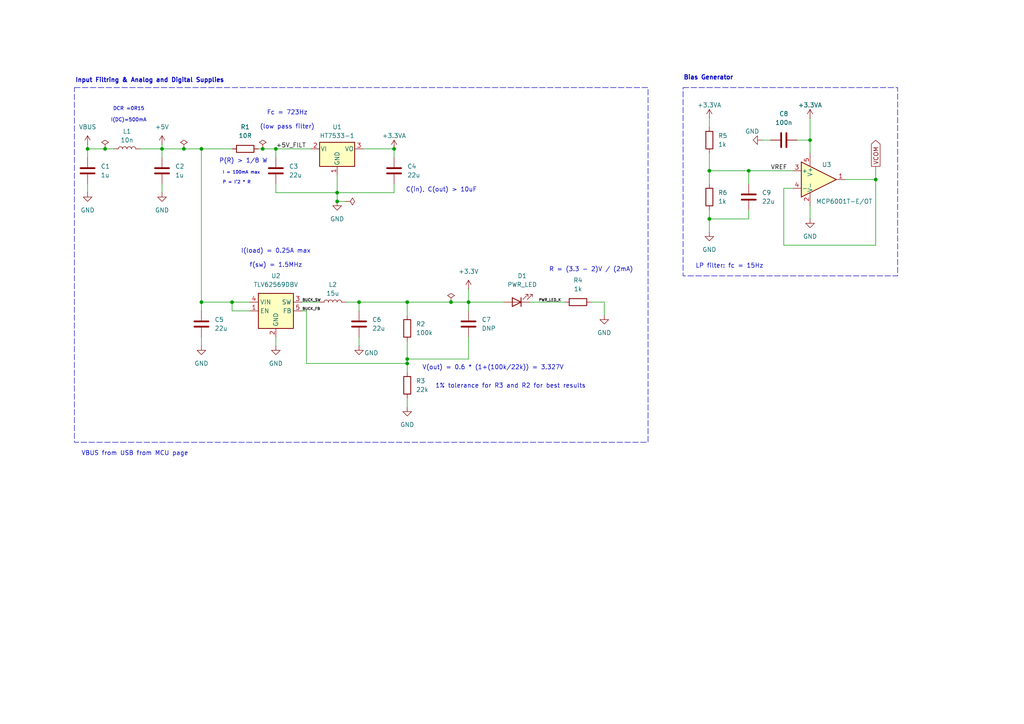
<source format=kicad_sch>
(kicad_sch (version 20231120) (generator "eeschema") (generator_version "8.0")
  (paper "A4")
  (title_block (title "Mixed-Signal Demo PCB") (date "2024-12-21") (rev "0.1") (company "Maanika"))
  (lib_symbols
    (symbol "Amplifier_Operational:MCP6001-OT" (pin_names (offset 0.127))
      (property "Reference" "U" (at -1.27 6.35 0))
      (property "Value" "MCP6001-OT" (at -1.27 3.81 0))
      (symbol "MCP6001-OT_0_1"
        (polyline (pts (xy -5.08 5.08) (xy 5.08 0) (xy -5.08 -5.08) (xy -5.08 5.08)) (stroke (width 0.254)) (fill (type background)))
        (pin power_in line (at -2.54 -7.62 90) (length 3.81) (name "V-") (number "2"))
        (pin power_in line (at -2.54 7.62 270) (length 3.81) (name "V+") (number "5"))
      )
      (symbol "MCP6001-OT_1_1"
        (pin output line (at 7.62 0 180) (length 2.54) (name "~") (number "1"))
        (pin input line (at -7.62 2.54 0) (length 2.54) (name "+") (number "3"))
        (pin input line (at -7.62 -2.54 0) (length 2.54) (name "-") (number "4"))
      )
    )
    (symbol "Device:C" (pin_numbers hide) (pin_names (offset 0.254))
      (property "Reference" "C" (at 0.635 2.54 0))
      (property "Value" "C" (at 0.635 -2.54 0))
      (symbol "C_0_1"
        (polyline (pts (xy -2.032 -0.762) (xy 2.032 -0.762)) (stroke (width 0.508)))
        (polyline (pts (xy -2.032 0.762) (xy 2.032 0.762)) (stroke (width 0.508)))
      )
      (symbol "C_1_1"
        (pin passive line (at 0 3.81 270) (length 2.794) (name "~") (number "1"))
        (pin passive line (at 0 -3.81 90) (length 2.794) (name "~") (number "2"))
      )
    )
    (symbol "Device:L" (pin_numbers hide) (pin_names (offset 1.016) hide)
      (property "Reference" "L" (at -1.27 0 90))
      (property "Value" "L" (at 1.905 0 90))
      (symbol "L_0_1"
        (arc (start 0 -2.54) (mid 0.6323 -1.905) (end 0 -1.27))
        (arc (start 0 -1.27) (mid 0.6323 -0.635) (end 0 0))
        (arc (start 0 0) (mid 0.6323 0.635) (end 0 1.27))
        (arc (start 0 1.27) (mid 0.6323 1.905) (end 0 2.54))
      )
      (symbol "L_1_1"
        (pin passive line (at 0 3.81 270) (length 1.27) (name "1") (number "1"))
        (pin passive line (at 0 -3.81 90) (length 1.27) (name "2") (number "2"))
      )
    )
    (symbol "Device:LED" (pin_numbers hide) (pin_names (offset 1.016) hide)
      (property "Reference" "D" (at 0 2.54 0))
      (property "Value" "LED" (at 0 -2.54 0))
      (symbol "LED_0_1"
        (polyline (pts (xy -1.27 -1.27) (xy -1.27 1.27)) (stroke (width 0.254)))
        (polyline (pts (xy -1.27 0) (xy 1.27 0)))
        (polyline (pts (xy 1.27 -1.27) (xy 1.27 1.27) (xy -1.27 0) (xy 1.27 -1.27)) (stroke (width 0.254)))
        (polyline (pts (xy -3.048 -0.762) (xy -4.572 -2.286) (xy -3.81 -2.286) (xy -4.572 -2.286) (xy -4.572 -1.524)))
        (polyline (pts (xy -1.778 -0.762) (xy -3.302 -2.286) (xy -2.54 -2.286) (xy -3.302 -2.286) (xy -3.302 -1.524)))
      )
      (symbol "LED_1_1"
        (pin passive line (at -3.81 0 0) (length 2.54) (name "K") (number "1"))
        (pin passive line (at 3.81 0 180) (length 2.54) (name "A") (number "2"))
      )
    )
    (symbol "Device:R" (pin_numbers hide) (pin_names (offset 0))
      (property "Reference" "R" (at 2.032 0 90))
      (property "Value" "R" (at 0 0 90))
      (symbol "R_0_1"
        (rectangle (start -1.016 -2.54) (end 1.016 2.54) (stroke (width 0.254)))
      )
      (symbol "R_1_1"
        (pin passive line (at 0 3.81 270) (length 1.27) (name "~") (number "1"))
        (pin passive line (at 0 -3.81 90) (length 1.27) (name "~") (number "2"))
      )
    )
    (symbol "Regulator_Linear:MCP1700x-330xxMB" (pin_names (offset 0.254))
      (property "Reference" "U" (at -3.81 3.175 0))
      (property "Value" "MCP1700x-330xxMB" (at 0 3.175 0))
      (symbol "MCP1700x-330xxMB_0_1"
        (rectangle (start -5.08 -5.08) (end 5.08 1.905) (stroke (width 0.254)) (fill (type background)))
      )
      (symbol "MCP1700x-330xxMB_1_1"
        (pin power_in line (at 0 -7.62 90) (length 2.54) (name "GND") (number "1"))
        (pin power_in line (at -7.62 0 0) (length 2.54) (name "VI") (number "2"))
        (pin power_out line (at 7.62 0 180) (length 2.54) (name "VO") (number "3"))
      )
    )
    (symbol "Regulator_Switching:TLV62569DBV"
      (property "Reference" "U" (at -5.08 6.35 0))
      (property "Value" "TLV62569DBV" (at 0 6.35 0))
      (symbol "TLV62569DBV_0_1"
        (rectangle (start -5.08 5.08) (end 5.08 -5.08) (stroke (width 0.254)) (fill (type background)))
      )
      (symbol "TLV62569DBV_1_1"
        (pin input line (at -7.62 0 0) (length 2.54) (name "EN") (number "1"))
        (pin power_in line (at 0 -7.62 90) (length 2.54) (name "GND") (number "2"))
        (pin power_out line (at 7.62 2.54 180) (length 2.54) (name "SW") (number "3"))
        (pin power_in line (at -7.62 2.54 0) (length 2.54) (name "VIN") (number "4"))
        (pin input line (at 7.62 0 180) (length 2.54) (name "FB") (number "5"))
      )
    )
    (symbol "power:+3.3V" (power) (pin_numbers hide) (pin_names (offset 0) hide)
      (property "Value" "+3.3V" (at 0 3.556 0))
      (symbol "+3.3V_0_1"
        (polyline (pts (xy -0.762 1.27) (xy 0 2.54)))
        (polyline (pts (xy 0 0) (xy 0 2.54)))
        (polyline (pts (xy 0 2.54) (xy 0.762 1.27)))
      )
      (symbol "+3.3V_1_1"
        (pin power_in line (at 0 0 90) (length 0) (name "~") (number "1"))
      )
    )
    (symbol "power:+3.3VA" (power) (pin_numbers hide) (pin_names (offset 0) hide)
      (property "Value" "+3.3VA" (at 0 3.556 0))
      (symbol "+3.3VA_0_1"
        (polyline (pts (xy -0.762 1.27) (xy 0 2.54)))
        (polyline (pts (xy 0 0) (xy 0 2.54)))
        (polyline (pts (xy 0 2.54) (xy 0.762 1.27)))
      )
      (symbol "+3.3VA_1_1"
        (pin power_in line (at 0 0 90) (length 0) (name "~") (number "1"))
      )
    )
    (symbol "power:+5V" (power) (pin_numbers hide) (pin_names (offset 0) hide)
      (property "Value" "+5V" (at 0 3.556 0))
      (symbol "+5V_0_1"
        (polyline (pts (xy -0.762 1.27) (xy 0 2.54)))
        (polyline (pts (xy 0 0) (xy 0 2.54)))
        (polyline (pts (xy 0 2.54) (xy 0.762 1.27)))
      )
      (symbol "+5V_1_1"
        (pin power_in line (at 0 0 90) (length 0) (name "~") (number "1"))
      )
    )
    (symbol "power:GND" (power) (pin_numbers hide) (pin_names (offset 0) hide)
      (property "Value" "GND" (at 0 -3.81 0))
      (symbol "GND_0_1"
        (polyline (pts (xy 0 0) (xy 0 -1.27) (xy 1.27 -1.27) (xy 0 -2.54) (xy -1.27 -1.27) (xy 0 -1.27)))
      )
      (symbol "GND_1_1"
        (pin power_in line (at 0 0 270) (length 0) (name "~") (number "1"))
      )
    )
    (symbol "power:PWR_FLAG" (power) (pin_numbers hide) (pin_names (offset 0) hide)
      (property "Value" "PWR_FLAG" (at 0 3.81 0))
      (symbol "PWR_FLAG_0_0"
        (pin power_out line (at 0 0 90) (length 0) (name "~") (number "1"))
      )
      (symbol "PWR_FLAG_0_1"
        (polyline (pts (xy 0 0) (xy 0 1.27) (xy -1.016 1.905) (xy 0 2.54) (xy 1.016 1.905) (xy 0 1.27)))
      )
    )
    (symbol "power:VBUS" (power) (pin_numbers hide) (pin_names (offset 0) hide)
      (property "Value" "VBUS" (at 0 3.556 0))
      (symbol "VBUS_0_1"
        (polyline (pts (xy -0.762 1.27) (xy 0 2.54)))
        (polyline (pts (xy 0 0) (xy 0 2.54)))
        (polyline (pts (xy 0 2.54) (xy 0.762 1.27)))
      )
      (symbol "VBUS_1_1"
        (pin power_in line (at 0 0 90) (length 0) (name "~") (number "1"))
      )
    )
  )
  (junction (at 114.3 43.18))
  (junction (at 97.79 58.42))
  (junction (at 58.42 87.63))
  (junction (at 76.2 43.18))
  (junction (at 130.81 87.63))
  (junction (at 46.99 43.18))
  (junction (at 58.42 43.18))
  (junction (at 118.11 87.63))
  (junction (at 30.48 43.18))
  (junction (at 234.95 40.64))
  (junction (at 254 52.07))
  (junction (at 118.11 104.14))
  (junction (at 80.01 43.18))
  (junction (at 205.74 63.5))
  (junction (at 205.74 49.53))
  (junction (at 104.14 87.63))
  (junction (at 118.11 105.41))
  (junction (at 25.4 43.18))
  (junction (at 97.79 55.88))
  (junction (at 217.17 49.53))
  (junction (at 67.31 87.63))
  (junction (at 135.89 87.63))
  (junction (at 53.34 43.18))
  (wire (pts (xy 97.79 55.88) (xy 97.79 58.42)))
  (wire (pts (xy 205.74 60.96) (xy 205.74 63.5)))
  (wire (pts (xy 104.14 87.63) (xy 104.14 90.17)))
  (wire (pts (xy 80.01 43.18) (xy 90.17 43.18)))
  (wire (pts (xy 130.81 87.63) (xy 135.89 87.63)))
  (wire (pts (xy 118.11 87.63) (xy 118.11 91.44)))
  (wire (pts (xy 100.33 58.42) (xy 97.79 58.42)))
  (wire (pts (xy 153.67 87.63) (xy 163.83 87.63)))
  (wire (pts (xy 227.33 54.61) (xy 227.33 71.12)))
  (wire (pts (xy 80.01 53.34) (xy 80.01 55.88)))
  (wire (pts (xy 80.01 97.79) (xy 80.01 100.33)))
  (wire (pts (xy 234.95 59.69) (xy 234.95 63.5)))
  (wire (pts (xy 135.89 97.79) (xy 135.89 104.14)))
  (wire (pts (xy 245.11 52.07) (xy 254 52.07)))
  (wire (pts (xy 171.45 87.63) (xy 175.26 87.63)))
  (wire (pts (xy 80.01 43.18) (xy 80.01 45.72)))
  (wire (pts (xy 135.89 104.14) (xy 118.11 104.14)))
  (wire (pts (xy 234.95 34.29) (xy 234.95 40.64)))
  (wire (pts (xy 87.63 87.63) (xy 92.71 87.63)))
  (wire (pts (xy 67.31 87.63) (xy 72.39 87.63)))
  (wire (pts (xy 25.4 53.34) (xy 25.4 55.88)))
  (wire (pts (xy 205.74 63.5) (xy 205.74 67.31)))
  (wire (pts (xy 25.4 43.18) (xy 25.4 45.72)))
  (wire (pts (xy 67.31 90.17) (xy 67.31 87.63)))
  (wire (pts (xy 205.74 34.29) (xy 205.74 36.83)))
  (wire (pts (xy 227.33 71.12) (xy 254 71.12)))
  (wire (pts (xy 76.2 43.18) (xy 80.01 43.18)))
  (wire (pts (xy 88.9 105.41) (xy 118.11 105.41)))
  (wire (pts (xy 58.42 90.17) (xy 58.42 87.63)))
  (wire (pts (xy 72.39 90.17) (xy 67.31 90.17)))
  (wire (pts (xy 118.11 87.63) (xy 130.81 87.63)))
  (wire (pts (xy 97.79 55.88) (xy 114.3 55.88)))
  (wire (pts (xy 118.11 99.06) (xy 118.11 104.14)))
  (wire (pts (xy 46.99 43.18) (xy 53.34 43.18)))
  (wire (pts (xy 114.3 43.18) (xy 114.3 45.72)))
  (wire (pts (xy 231.14 40.64) (xy 234.95 40.64)))
  (wire (pts (xy 118.11 105.41) (xy 118.11 104.14)))
  (wire (pts (xy 205.74 49.53) (xy 205.74 53.34)))
  (wire (pts (xy 135.89 87.63) (xy 146.05 87.63)))
  (wire (pts (xy 175.26 87.63) (xy 175.26 91.44)))
  (wire (pts (xy 254 48.26) (xy 254 52.07)))
  (wire (pts (xy 80.01 55.88) (xy 97.79 55.88)))
  (wire (pts (xy 118.11 105.41) (xy 118.11 107.95)))
  (wire (pts (xy 118.11 118.11) (xy 118.11 115.57)))
  (wire (pts (xy 217.17 49.53) (xy 229.87 49.53)))
  (wire (pts (xy 58.42 87.63) (xy 67.31 87.63)))
  (wire (pts (xy 105.41 43.18) (xy 114.3 43.18)))
  (wire (pts (xy 88.9 90.17) (xy 87.63 90.17)))
  (wire (pts (xy 58.42 97.79) (xy 58.42 100.33)))
  (wire (pts (xy 25.4 41.91) (xy 25.4 43.18)))
  (wire (pts (xy 217.17 53.34) (xy 217.17 49.53)))
  (wire (pts (xy 58.42 43.18) (xy 67.31 43.18)))
  (wire (pts (xy 205.74 63.5) (xy 217.17 63.5)))
  (wire (pts (xy 53.34 43.18) (xy 58.42 43.18)))
  (wire (pts (xy 46.99 41.91) (xy 46.99 43.18)))
  (wire (pts (xy 104.14 97.79) (xy 104.14 100.33)))
  (wire (pts (xy 88.9 90.17) (xy 88.9 105.41)))
  (wire (pts (xy 135.89 87.63) (xy 135.89 90.17)))
  (wire (pts (xy 205.74 44.45) (xy 205.74 49.53)))
  (wire (pts (xy 254 71.12) (xy 254 52.07)))
  (wire (pts (xy 104.14 87.63) (xy 118.11 87.63)))
  (wire (pts (xy 25.4 43.18) (xy 30.48 43.18)))
  (wire (pts (xy 97.79 50.8) (xy 97.79 55.88)))
  (wire (pts (xy 114.3 55.88) (xy 114.3 53.34)))
  (wire (pts (xy 100.33 87.63) (xy 104.14 87.63)))
  (wire (pts (xy 30.48 43.18) (xy 33.02 43.18)))
  (wire (pts (xy 217.17 63.5) (xy 217.17 60.96)))
  (wire (pts (xy 74.93 43.18) (xy 76.2 43.18)))
  (wire (pts (xy 234.95 40.64) (xy 234.95 44.45)))
  (wire (pts (xy 223.52 40.64) (xy 220.98 40.64)))
  (wire (pts (xy 205.74 49.53) (xy 217.17 49.53)))
  (wire (pts (xy 46.99 53.34) (xy 46.99 55.88)))
  (wire (pts (xy 135.89 83.82) (xy 135.89 87.63)))
  (wire (pts (xy 46.99 43.18) (xy 46.99 45.72)))
  (wire (pts (xy 229.87 54.61) (xy 227.33 54.61)))
  (wire (pts (xy 40.64 43.18) (xy 46.99 43.18)))
  (wire (pts (xy 58.42 43.18) (xy 58.42 87.63)))
  (rectangle (start 198.12 25.4) (end 260.35 80.01) (stroke (width 0) (type dash)))
  (rectangle (start 21.59 25.4) (end 187.96 128.27) (stroke (width 0) (type dash)))
  (text "P(R) > 1/8 W" (at 70.612 46.736 0) (effects (font (size 1.27 1.27))))
  (text "C(in), C(out) > 10uF" (at 128.016 55.118 0) (effects (font (size 1.27 1.27))))
  (text "DCR =0R15\n\nI(DC)=500mA" (at 37.338 33.274 0) (effects (font (size 1.016 1.016))))
  (text "I(load) = 0.25A max\n\nf(sw) = 1.5MHz" (at 80.01 74.93 0) (effects (font (size 1.27 1.27))))
  (text "VBUS from USB from MCU page" (at 39.116 131.572 0) (effects (font (size 1.27 1.27))))
  (text "V(out) = 0.6 * (1+(100k/22k)) = 3.327V" (at 143.002 106.68 0) (effects (font (size 1.27 1.27))))
  (text "Input Filtring & Analog and Digital Supplies" (at 43.434 23.368 0) (effects (font (size 1.27 1.27) (thickness 0.254) (bold yes))))
  (text "LP filter: fc = 15Hz" (at 211.582 77.216 0) (effects (font (size 1.27 1.27))))
  (text "Bias Generator" (at 205.486 22.606 0) (effects (font (size 1.27 1.27) (bold yes))))
  (text "1% tolerance for R3 and R2 for best results" (at 148.082 112.014 0) (effects (font (size 1.27 1.27))))
  (text "Fc = 723Hz\n\n(low pass filter)" (at 83.312 34.798 0) (effects (font (size 1.27 1.27))))
  (text "I = 100mA max\n\nP = I^2 * R" (at 64.516 51.562 0) (effects (font (size 0.889 0.889)) (justify left)))
  (text "R = (3.3 - 2)V / (2mA)" (at 171.45 78.232 0) (effects (font (size 1.27 1.27))))
  (label "BUCK_SW" (at 87.63 87.63 0) (effects (font (size 0.762 0.762))))
  (label "+5V_FILT" (at 80.01 43.18 0))
  (label "VREF" (at 223.52 49.53 0))
  (label "PWR_LED_K" (at 156.21 87.63 0) (effects (font (size 0.762 0.762))))
  (label "BUCK_FB" (at 87.63 90.17 0) (effects (font (size 0.762 0.762))))
  (global_label "VCOM" (shape output) (at 254 48.26 90) (property "Intersheetrefs" "${INTERSHEET_REFS}" (effects (hide yes))))
  (symbol (lib_id "power:GND") (at 97.79 58.42 0) (unit 1)
    (property "Reference" "#PWR05" (effects (hide yes)))
    (property "Value" "GND" (at 97.79 63.5 0))
    (property "Description" "Power symbol creates a global label with name \"GND\" , ground" (effects (hide yes)))
  )
  (symbol (lib_id "power:PWR_FLAG") (at 30.48 43.18 0) (unit 1)
    (property "Reference" "#FLG01" (effects (hide yes)))
    (property "Value" "PWR_FLAG" (effects (hide yes)))
    (property "Description" "Special symbol for telling ERC where power comes from" (effects (hide yes)))
  )
  (symbol (lib_id "Device:C") (at 104.14 93.98 0) (unit 1)
    (property "Reference" "C6" (at 107.95 92.7099 0) (effects (justify left)))
    (property "Value" "22u" (at 107.95 95.2499 0) (effects (justify left)))
    (property "Footprint" "Capacitor_SMD:C_0805_2012Metric" (effects (hide yes)))
    (property "Description" "Unpolarized capacitor" (effects (hide yes)))
  )
  (symbol (lib_id "power:GND") (at 58.42 100.33 0) (unit 1)
    (property "Reference" "#PWR016" (effects (hide yes)))
    (property "Value" "GND" (at 58.42 105.41 0))
    (property "Description" "Power symbol creates a global label with name \"GND\" , ground" (effects (hide yes)))
  )
  (symbol (lib_id "power:GND") (at 104.14 100.33 0) (unit 1)
    (property "Reference" "#PWR03" (effects (hide yes)))
    (property "Value" "GND" (at 107.696 102.362 0))
    (property "Description" "Power symbol creates a global label with name \"GND\" , ground" (effects (hide yes)))
  )
  (symbol (lib_id "Device:C") (at 114.3 49.53 0) (unit 1)
    (property "Reference" "C4" (at 118.11 48.2599 0) (effects (justify left)))
    (property "Value" "22u" (at 118.11 50.7999 0) (effects (justify left)))
    (property "Footprint" "Capacitor_SMD:C_0805_2012Metric" (effects (hide yes)))
    (property "Description" "Unpolarized capacitor" (effects (hide yes)))
  )
  (symbol (lib_id "power:+3.3V") (at 135.89 83.82 0) (unit 1)
    (property "Reference" "#PWR08" (effects (hide yes)))
    (property "Value" "+3.3V" (at 135.89 78.74 0))
    (property "Description" "Power symbol creates a global label with name \"+3.3V\"" (effects (hide yes)))
  )
  (symbol (lib_id "power:GND") (at 175.26 91.44 0) (unit 1)
    (property "Reference" "#PWR010" (effects (hide yes)))
    (property "Value" "GND" (at 175.26 96.52 0))
    (property "Description" "Power symbol creates a global label with name \"GND\" , ground" (effects (hide yes)))
  )
  (symbol (lib_id "power:GND") (at 25.4 55.88 0) (unit 1)
    (property "Reference" "#PWR02" (effects (hide yes)))
    (property "Value" "GND" (at 25.4 60.96 0))
    (property "Description" "Power symbol creates a global label with name \"GND\" , ground" (effects (hide yes)))
  )
  (symbol (lib_id "Device:C") (at 46.99 49.53 0) (unit 1)
    (property "Reference" "C2" (at 50.8 48.2599 0) (effects (justify left)))
    (property "Value" "1u" (at 50.8 50.7999 0) (effects (justify left)))
    (property "Footprint" "Capacitor_SMD:C_0603_1608Metric" (effects (hide yes)))
    (property "Description" "Unpolarized capacitor" (effects (hide yes)))
  )
  (symbol (lib_id "Device:R") (at 118.11 111.76 180) (unit 1)
    (property "Reference" "R3" (at 120.65 110.4899 0) (effects (justify right)))
    (property "Value" "22k" (at 120.65 113.0299 0) (effects (justify right)))
    (property "Footprint" "Resistor_SMD:R_0402_1005Metric" (effects (hide yes)))
    (property "Description" "Resistor" (effects (hide yes)))
  )
  (symbol (lib_id "power:PWR_FLAG") (at 100.33 58.42 270) (unit 1)
    (property "Reference" "#FLG07" (effects (hide yes)))
    (property "Value" "PWR_FLAG" (effects (hide yes)))
    (property "Description" "Special symbol for telling ERC where power comes from" (effects (hide yes)))
  )
  (symbol (lib_id "Device:R") (at 205.74 40.64 0) (unit 1)
    (property "Reference" "R5" (at 208.28 39.3699 0) (effects (justify left)))
    (property "Value" "1k" (at 208.28 41.9099 0) (effects (justify left)))
    (property "Footprint" "Resistor_SMD:R_0402_1005Metric" (effects (hide yes)))
    (property "Description" "Resistor" (effects (hide yes)))
  )
  (symbol (lib_id "Device:R") (at 118.11 95.25 180) (unit 1)
    (property "Reference" "R2" (at 120.65 93.9799 0) (effects (justify right)))
    (property "Value" "100k" (at 120.65 96.5199 0) (effects (justify right)))
    (property "Footprint" "Resistor_SMD:R_0402_1005Metric" (effects (hide yes)))
    (property "Description" "Resistor" (effects (hide yes)))
  )
  (symbol (lib_id "Regulator_Linear:MCP1700x-330xxMB") (at 97.79 43.18 0) (unit 1)
    (property "Reference" "U1" (at 97.79 36.83 0))
    (property "Value" "HT7533-1" (at 97.79 39.37 0))
    (property "Footprint" "Package_TO_SOT_SMD:SOT-89-3" (effects (hide yes)))
    (property "Datasheet" "http://ww1.microchip.com/downloads/en/DeviceDoc/20001826D.pdf" (effects (hide yes)))
    (property "Description" "250mA Low Quiscent Current LDO, 3.3V output, SOT-89" (effects (hide yes)))
  )
  (symbol (lib_id "power:+5V") (at 46.99 41.91 0) (unit 1)
    (property "Reference" "#PWR070" (effects (hide yes)))
    (property "Value" "+5V" (at 46.99 36.83 0))
    (property "Description" "Power symbol creates a global label with name \"+5V\"" (effects (hide yes)))
  )
  (symbol (lib_id "power:GND") (at 46.99 55.88 0) (unit 1)
    (property "Reference" "#PWR04" (effects (hide yes)))
    (property "Value" "GND" (at 46.99 60.96 0))
    (property "Description" "Power symbol creates a global label with name \"GND\" , ground" (effects (hide yes)))
  )
  (symbol (lib_id "power:+3.3VA") (at 114.3 43.18 0) (unit 1)
    (property "Reference" "#PWR06" (effects (hide yes)))
    (property "Value" "+3.3VA" (at 114.3 39.37 0))
    (property "Description" "Power symbol creates a global label with name \"+3.3VA\"" (effects (hide yes)))
  )
  (symbol (lib_id "Device:C") (at 80.01 49.53 0) (unit 1)
    (property "Reference" "C3" (at 83.82 48.2599 0) (effects (justify left)))
    (property "Value" "22u" (at 83.82 50.7999 0) (effects (justify left)))
    (property "Footprint" "Capacitor_SMD:C_0805_2012Metric" (effects (hide yes)))
    (property "Description" "Unpolarized capacitor" (effects (hide yes)))
  )
  (symbol (lib_id "Amplifier_Operational:MCP6001-OT") (at 237.49 52.07 0) (unit 1)
    (property "Reference" "U3" (at 239.776 47.752 0))
    (property "Value" "MCP6001T-E/OT" (at 244.856 58.42 0))
    (property "Footprint" "Package_TO_SOT_SMD:SOT-23-5" (effects (hide yes)))
    (property "Datasheet" "http://ww1.microchip.com/downloads/en/DeviceDoc/21733j.pdf" (effects (hide yes)))
    (property "Description" "1MHz, Low-Power Op Amp, SOT-23-5" (effects (hide yes)))
  )
  (symbol (lib_id "power:VBUS") (at 25.4 41.91 0) (unit 1)
    (property "Reference" "#PWR01" (effects (hide yes)))
    (property "Value" "VBUS" (at 25.4 36.83 0))
    (property "Description" "Power symbol creates a global label with name \"VBUS\"" (effects (hide yes)))
  )
  (symbol (lib_id "power:PWR_FLAG") (at 130.81 87.63 0) (unit 1)
    (property "Reference" "#FLG03" (effects (hide yes)))
    (property "Value" "PWR_FLAG" (effects (hide yes)))
    (property "Description" "Special symbol for telling ERC where power comes from" (effects (hide yes)))
  )
  (symbol (lib_id "power:PWR_FLAG") (at 53.34 43.18 0) (unit 1)
    (property "Reference" "#FLG04" (effects (hide yes)))
    (property "Value" "PWR_FLAG" (effects (hide yes)))
    (property "Description" "Special symbol for telling ERC where power comes from" (effects (hide yes)))
  )
  (symbol (lib_id "Device:LED") (at 149.86 87.63 180) (unit 1)
    (property "Reference" "D1" (at 151.4475 80.01 0))
    (property "Value" "PWR_LED" (at 151.4475 82.55 0))
    (property "Footprint" "LED_SMD:LED_0603_1608Metric" (effects (hide yes)))
    (property "Description" "Light emitting diode" (effects (hide yes)))
  )
  (symbol (lib_id "Device:C") (at 135.89 93.98 0) (unit 1)
    (property "Reference" "C7" (at 139.7 92.7099 0) (effects (justify left)))
    (property "Value" "DNP" (at 139.7 95.2499 0) (effects (justify left)))
    (property "Footprint" "Capacitor_SMD:C_0402_1005Metric" (effects (hide yes)))
    (property "Description" "Unpolarized capacitor" (effects (hide yes)))
  )
  (symbol (lib_id "Device:C") (at 217.17 57.15 0) (unit 1)
    (property "Reference" "C9" (at 220.98 55.8799 0) (effects (justify left)))
    (property "Value" "22u" (at 220.98 58.4199 0) (effects (justify left)))
    (property "Footprint" "Capacitor_SMD:C_0805_2012Metric" (effects (hide yes)))
    (property "Description" "Unpolarized capacitor" (effects (hide yes)))
  )
  (symbol (lib_id "Regulator_Switching:TLV62569DBV") (at 80.01 90.17 0) (unit 1)
    (property "Reference" "U2" (at 80.01 80.01 0))
    (property "Value" "TLV62569DBV" (at 80.01 82.55 0))
    (property "Footprint" "Package_TO_SOT_SMD:SOT-23-5" (effects (hide yes)))
    (property "Datasheet" "http://www.ti.com/lit/ds/symlink/tlv62569.pdf" (effects (hide yes)))
    (property "Description" "High Efficiency Synchronous Buck Converter, Adjustable Output 0.6V-5.5V, 2A, SOT-23-5" (effects (hide yes)))
  )
  (symbol (lib_id "Device:L") (at 36.83 43.18 90) (unit 1)
    (property "Reference" "L1" (at 36.83 38.1 90))
    (property "Value" "10n" (at 36.83 40.64 90))
    (property "Footprint" "Inductor_SMD:L_0603_1608Metric" (effects (hide yes)))
    (property "Description" "Inductor" (effects (hide yes)))
  )
  (symbol (lib_id "Device:C") (at 25.4 49.53 0) (unit 1)
    (property "Reference" "C1" (at 29.21 48.2599 0) (effects (justify left)))
    (property "Value" "1u" (at 29.21 50.7999 0) (effects (justify left)))
    (property "Footprint" "Capacitor_SMD:C_0603_1608Metric" (effects (hide yes)))
    (property "Description" "Unpolarized capacitor" (effects (hide yes)))
  )
  (symbol (lib_id "power:PWR_FLAG") (at 76.2 43.18 0) (unit 1)
    (property "Reference" "#FLG05" (effects (hide yes)))
    (property "Value" "PWR_FLAG" (effects (hide yes)))
    (property "Description" "Special symbol for telling ERC where power comes from" (effects (hide yes)))
  )
  (symbol (lib_id "power:+3.3VA") (at 205.74 34.29 0) (unit 1)
    (property "Reference" "#PWR013" (effects (hide yes)))
    (property "Value" "+3.3VA" (at 205.74 30.48 0))
    (property "Description" "Power symbol creates a global label with name \"+3.3VA\"" (effects (hide yes)))
  )
  (symbol (lib_id "power:GND") (at 205.74 67.31 0) (unit 1)
    (property "Reference" "#PWR014" (effects (hide yes)))
    (property "Value" "GND" (at 205.74 72.39 0))
    (property "Description" "Power symbol creates a global label with name \"GND\" , ground" (effects (hide yes)))
  )
  (symbol (lib_id "power:GND") (at 220.98 40.64 270) (unit 1)
    (property "Reference" "#PWR015" (effects (hide yes)))
    (property "Value" "GND" (at 220.218 38.1 90) (effects (justify right)))
    (property "Description" "Power symbol creates a global label with name \"GND\" , ground" (effects (hide yes)))
  )
  (symbol (lib_id "Device:L") (at 96.52 87.63 90) (unit 1)
    (property "Reference" "L2" (at 96.52 82.55 90))
    (property "Value" "15u" (at 96.52 85.09 90))
    (property "Footprint" "Inductor_SMD:L_Coilcraft_XAL4020-XXX" (effects (hide yes)))
    (property "Description" "Inductor" (effects (hide yes)))
  )
  (symbol (lib_id "Device:C") (at 58.42 93.98 0) (unit 1)
    (property "Reference" "C5" (at 62.23 92.7099 0) (effects (justify left)))
    (property "Value" "22u" (at 62.23 95.2499 0) (effects (justify left)))
    (property "Footprint" "Capacitor_SMD:C_0805_2012Metric" (effects (hide yes)))
    (property "Description" "Unpolarized capacitor" (effects (hide yes)))
  )
  (symbol (lib_id "Device:C") (at 227.33 40.64 90) (unit 1)
    (property "Reference" "C8" (at 227.33 33.02 90))
    (property "Value" "100n" (at 227.33 35.56 90))
    (property "Footprint" "Capacitor_SMD:C_0402_1005Metric" (effects (hide yes)))
    (property "Description" "Unpolarized capacitor" (effects (hide yes)))
  )
  (symbol (lib_id "power:GND") (at 118.11 118.11 0) (unit 1)
    (property "Reference" "#PWR07" (effects (hide yes)))
    (property "Value" "GND" (at 118.11 123.19 0))
    (property "Description" "Power symbol creates a global label with name \"GND\" , ground" (effects (hide yes)))
  )
  (symbol (lib_id "power:GND") (at 234.95 63.5 0) (unit 1)
    (property "Reference" "#PWR012" (effects (hide yes)))
    (property "Value" "GND" (at 234.95 68.58 0))
    (property "Description" "Power symbol creates a global label with name \"GND\" , ground" (effects (hide yes)))
  )
  (symbol (lib_id "Device:R") (at 205.74 57.15 0) (unit 1)
    (property "Reference" "R6" (at 208.28 55.8799 0) (effects (justify left)))
    (property "Value" "1k" (at 208.28 58.4199 0) (effects (justify left)))
    (property "Footprint" "Resistor_SMD:R_0402_1005Metric" (effects (hide yes)))
    (property "Description" "Resistor" (effects (hide yes)))
  )
  (symbol (lib_id "power:GND") (at 80.01 100.33 0) (unit 1)
    (property "Reference" "#PWR09" (effects (hide yes)))
    (property "Value" "GND" (at 80.01 105.41 0))
    (property "Description" "Power symbol creates a global label with name \"GND\" , ground" (effects (hide yes)))
  )
  (symbol (lib_id "Device:R") (at 167.64 87.63 270) (unit 1)
    (property "Reference" "R4" (at 167.64 81.28 90))
    (property "Value" "1k" (at 167.64 83.82 90))
    (property "Footprint" "Resistor_SMD:R_0402_1005Metric" (effects (hide yes)))
    (property "Description" "Resistor" (effects (hide yes)))
  )
  (symbol (lib_id "power:+3.3VA") (at 234.95 34.29 0) (unit 1)
    (property "Reference" "#PWR011" (effects (hide yes)))
    (property "Value" "+3.3VA" (at 234.95 30.48 0))
    (property "Description" "Power symbol creates a global label with name \"+3.3VA\"" (effects (hide yes)))
  )
  (symbol (lib_id "Device:R") (at 71.12 43.18 90) (unit 1)
    (property "Reference" "R1" (at 71.12 36.83 90))
    (property "Value" "10R" (at 71.12 39.37 90))
    (property "Footprint" "Resistor_SMD:R_0805_2012Metric" (effects (hide yes)))
    (property "Description" "Resistor" (effects (hide yes)))
  )
)
</source>
